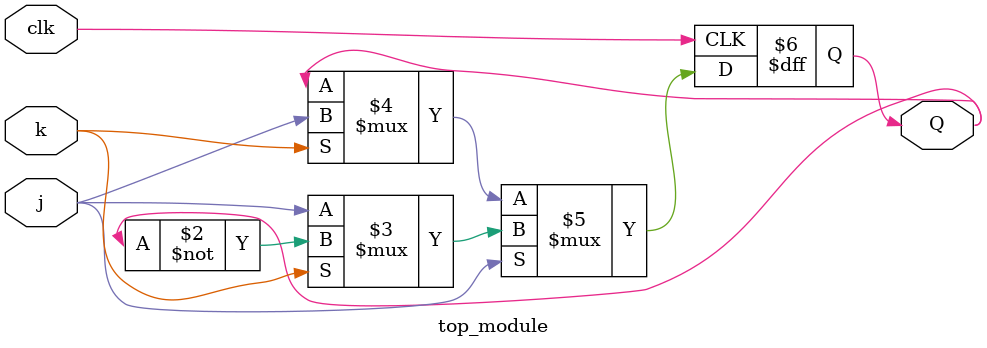
<source format=v>
module top_module (
    input clk,
    input j,
    input k,
    output Q); 

    always @(posedge clk) begin
        Q <= j? (k? ~Q : j) : (k? j : Q);
    end

endmodule
</source>
